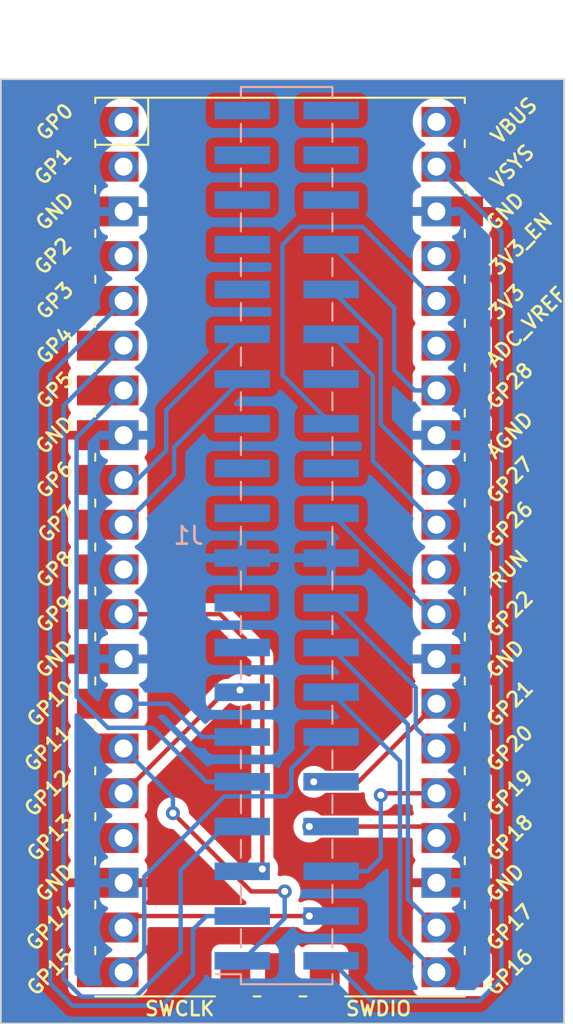
<source format=kicad_pcb>
(kicad_pcb (version 20221018) (generator pcbnew)
  (layers (0 "F.Cu" signal) (31 "B.Cu" signal) (34 "B.Paste" user) (35 "F.Paste" user) (36 "B.SilkS" user "B.Silkscreen") (37 "F.SilkS" user "F.Silkscreen") (38 "B.Mask" user) (39 "F.Mask" user) (44 "Edge.Cuts" user))
  (net 0 "")
  (net 1 "Net-(J1-Pin_1)")
  (net 2 "Net-(J1-Pin_2)")
  (net 3 "Net-(J1-Pin_3)")
  (net 4 "Net-(J1-Pin_4)")
  (net 5 "Net-(J1-Pin_5)")
  (net 6 "Net-(J1-Pin_6)")
  (net 7 "Net-(J1-Pin_7)")
  (net 8 "Net-(J1-Pin_8)")
  (net 9 "Net-(J1-Pin_9)")
  (net 10 "Net-(J1-Pin_10)")
  (net 11 "Net-(J1-Pin_11)")
  (net 12 "Net-(J1-Pin_12)")
  (net 13 "Net-(J1-Pin_13)")
  (net 14 "Net-(J1-Pin_14)")
  (net 15 "unconnected-(J1-Pin_15-Pad15)")
  (net 16 "Net-(J1-Pin_16)")
  (net 18 "Net-(J1-Pin_18)")
  (net 19 "GND")
  (net 22 "Net-(J1-Pin_22)")
  (net 26 "Net-(J1-Pin_26)")
  (net 27 "Net-(J1-Pin_27)")
  (net 28 "unconnected-(J1-Pin_28-Pad28)")
  (net 29 "Net-(J1-Pin_29)")
  (net 30 "Net-(J1-Pin_30)")
  (net 31 "unconnected-(J1-Pin_31-Pad31)")
  (net 32 "Net-(J1-Pin_32)")
  (net 33 "unconnected-(J1-Pin_33-Pad33)")
  (net 34 "Net-(J1-Pin_34)")
  (footprint "MCU_RaspberryPi_and_Boards:RPi_Pico_SMD_TH" (layer "F.Cu") (at 169.279 85.232)
    (fp_text reference "U2" hide)
    (fp_text value "Pico")
    (fp_text user "GP15" (at -13.054 24.13 45) (layer "F.SilkS") (effects (font (size 0.8 0.8))))
    (fp_text user "3V3" (at 12.9 -13.9 45) (layer "F.SilkS") (effects (font (size 0.8 0.8))))
    (fp_text user "GP11" (at -13.2 11.43 45) (layer "F.SilkS") (effects (font (size 0.8 0.8))))
    (fp_text user "GP1" (at -12.9 -21.6 45) (layer "F.SilkS") (effects (font (size 0.8 0.8))))
    (fp_text user "GP10" (at -13.054 8.89 45) (layer "F.SilkS") (effects (font (size 0.8 0.8))))
    (fp_text user "GP12" (at -13.2 13.97 45) (layer "F.SilkS") (effects (font (size 0.8 0.8))))
    (fp_text user "GP6" (at -12.8 -3.81 45) (layer "F.SilkS") (effects (font (size 0.8 0.8))))
    (fp_text user "GND" (at -12.8 -6.35 45) (layer "F.SilkS") (effects (font (size 0.8 0.8))))
    (fp_text user "GP20" (at 13.054 11.43 45) (layer "F.SilkS") (effects (font (size 0.8 0.8))))
    (fp_text user "GP28" (at 13.054 -9.144 45) (layer "F.SilkS") (effects (font (size 0.8 0.8))))
    (fp_text user "GP2" (at -12.9 -16.51 45) (layer "F.SilkS") (effects (font (size 0.8 0.8))))
    (fp_text user "GND" (at 12.8 -19.05 45) (layer "F.SilkS") (effects (font (size 0.8 0.8))))
    (fp_text user "GP0" (at -12.8 -24.13 45) (layer "F.SilkS") (effects (font (size 0.8 0.8))))
    (fp_text user "RUN" (at 13 1.27 45) (layer "F.SilkS") (effects (font (size 0.8 0.8))))
    (fp_text user "GP8" (at -12.8 1.27 45) (layer "F.SilkS") (effects (font (size 0.8 0.8))))
    (fp_text user "GND" (at -12.8 -19.05 45) (layer "F.SilkS") (effects (font (size 0.8 0.8))))
    (fp_text user "GP17" (at 13.054 21.59 45) (layer "F.SilkS") (effects (font (size 0.8 0.8))))
    (fp_text user "GP13" (at -13.054 16.51 45) (layer "F.SilkS") (effects (font (size 0.8 0.8))))
    (fp_text user "SWDIO" (at 5.6 26.2) (layer "F.SilkS") (effects (font (size 0.8 0.8))))
    (fp_text user "3V3_EN" (at 13.7 -17.2 45) (layer "F.SilkS") (effects (font (size 0.8 0.8))))
    (fp_text user "GP3" (at -12.8 -13.97 45) (layer "F.SilkS") (effects (font (size 0.8 0.8))))
    (fp_text user "GP9" (at -12.8 3.81 45) (layer "F.SilkS") (effects (font (size 0.8 0.8))))
    (fp_text user "GP26" (at 13.054 -1.27 45) (layer "F.SilkS") (effects (font (size 0.8 0.8))))
    (fp_text user "GP22" (at 13.054 3.81 45) (layer "F.SilkS") (effects (font (size 0.8 0.8))))
    (fp_text user "SWCLK" (at -5.7 26.2) (layer "F.SilkS") (effects (font (size 0.8 0.8))))
    (fp_text user "GP14" (at -13.1 21.59 45) (layer "F.SilkS") (effects (font (size 0.8 0.8))))
    (fp_text user "GND" (at -12.8 6.35 45) (layer "F.SilkS") (effects (font (size 0.8 0.8))))
    (fp_text user "ADC_VREF" (at 14 -12.5 45) (layer "F.SilkS") (effects (font (size 0.8 0.8))))
    (fp_text user "GND" (at 12.8 6.35 45) (layer "F.SilkS") (effects (font (size 0.8 0.8))))
    (fp_text user "GP18" (at 13.054 16.51 45) (layer "F.SilkS") (effects (font (size 0.8 0.8))))
    (fp_text user "GP4" (at -12.8 -11.43 45) (layer "F.SilkS") (effects (font (size 0.8 0.8))))
    (fp_text user "VSYS" (at 13.2 -21.59 45) (layer "F.SilkS") (effects (font (size 0.8 0.8))))
    (fp_text user "GP21" (at 13.054 8.9 45) (layer "F.SilkS") (effects (font (size 0.8 0.8))))
    (fp_text user "GP19" (at 13.054 13.97 45) (layer "F.SilkS") (effects (font (size 0.8 0.8))))
    (fp_text user "AGND" (at 13.054 -6.35 45) (layer "F.SilkS") (effects (font (size 0.8 0.8))))
    (fp_text user "GP5" (at -12.8 -8.89 45) (layer "F.SilkS") (effects (font (size 0.8 0.8))))
    (fp_text user "GP27" (at 13.054 -3.8 45) (layer "F.SilkS") (effects (font (size 0.8 0.8))))
    (fp_text user "VBUS" (at 13.3 -24.2 45) (layer "F.SilkS") (effects (font (size 0.8 0.8))))
    (fp_text user "GP16" (at 13.054 24.13 45) (layer "F.SilkS") (effects (font (size 0.8 0.8))))
    (fp_text user "GP7" (at -12.7 -1.3 45) (layer "F.SilkS") (effects (font (size 0.8 0.8))))
    (fp_text user "GND" (at 12.8 19.05 45) (layer "F.SilkS") (effects (font (size 0.8 0.8))))
    (fp_text user "GND" (at -12.8 19.05 45) (layer "F.SilkS") (effects (font (size 0.8 0.8))))
    (fp_line (start -10.5 -25.5) (end -10.5 -25.2) (stroke (width 0.12)) (layer "F.SilkS"))
    (fp_line (start -10.5 -25.5) (end 10.5 -25.5) (stroke (width 0.12)) (layer "F.SilkS"))
    (fp_line (start -10.5 -23.1) (end -10.5 -22.7) (stroke (width 0.12)) (layer "F.SilkS"))
    (fp_line (start -10.5 -22.833) (end -7.493 -22.833) (stroke (width 0.12)) (layer "F.SilkS"))
    (fp_line (start -10.5 -20.5) (end -10.5 -20.1) (stroke (width 0.12)) (layer "F.SilkS"))
    (fp_line (start -10.5 -18) (end -10.5 -17.6) (stroke (width 0.12)) (layer "F.SilkS"))
    (fp_line (start -10.5 -15.4) (end -10.5 -15) (stroke (width 0.12)) (layer "F.SilkS"))
    (fp_line (start -10.5 -12.9) (end -10.5 -12.5) (stroke (width 0.12)) (layer "F.SilkS"))
    (fp_line (start -10.5 -10.4) (end -10.5 -10) (stroke (width 0.12)) (layer "F.SilkS"))
    (fp_line (start -10.5 -7.8) (end -10.5 -7.4) (stroke (width 0.12)) (layer "F.SilkS"))
    (fp_line (start -10.5 -5.3) (end -10.5 -4.9) (stroke (width 0.12)) (layer "F.SilkS"))
    (fp_line (start -10.5 -2.7) (end -10.5 -2.3) (stroke (width 0.12)) (layer "F.SilkS"))
    (fp_line (start -10.5 -0.2) (end -10.5 0.2) (stroke (width 0.12)) (layer "F.SilkS"))
    (fp_line (start -10.5 2.3) (end -10.5 2.7) (stroke (width 0.12)) (layer "F.SilkS"))
    (fp_line (start -10.5 4.9) (end -10.5 5.3) (stroke (width 0.12)) (layer "F.SilkS"))
    (fp_line (start -10.5 7.4) (end -10.5 7.8) (stroke (width 0.12)) (layer "F.SilkS"))
    (fp_line (start -10.5 10) (end -10.5 10.4) (stroke (width 0.12)) (layer "F.SilkS"))
    (fp_line (start -10.5 12.5) (end -10.5 12.9) (stroke (width 0.12)) (layer "F.SilkS"))
    (fp_line (start -10.5 15.1) (end -10.5 15.5) (stroke (width 0.12)) (layer "F.SilkS"))
    (fp_line (start -10.5 17.6) (end -10.5 18) (stroke (width 0.12)) (layer "F.SilkS"))
    (fp_line (start -10.5 20.1) (end -10.5 20.5) (stroke (width 0.12)) (layer "F.SilkS"))
    (fp_line (start -10.5 22.7) (end -10.5 23.1) (stroke (width 0.12)) (layer "F.SilkS"))
    (fp_line (start -7.493 -22.833) (end -7.493 -25.5) (stroke (width 0.12)) (layer "F.SilkS"))
    (fp_line (start -3.7 25.5) (end -10.5 25.5) (stroke (width 0.12)) (layer "F.SilkS"))
    (fp_line (start -1.5 25.5) (end -1.1 25.5) (stroke (width 0.12)) (layer "F.SilkS"))
    (fp_line (start 1.1 25.5) (end 1.5 25.5) (stroke (width 0.12)) (layer "F.SilkS"))
    (fp_line (start 10.5 -25.5) (end 10.5 -25.2) (stroke (width 0.12)) (layer "F.SilkS"))
    (fp_line (start 10.5 -23.1) (end 10.5 -22.7) (stroke (width 0.12)) (layer "F.SilkS"))
    (fp_line (start 10.5 -20.5) (end 10.5 -20.1) (stroke (width 0.12)) (layer "F.SilkS"))
    (fp_line (start 10.5 -18) (end 10.5 -17.6) (stroke (width 0.12)) (layer "F.SilkS"))
    (fp_line (start 10.5 -15.4) (end 10.5 -15) (stroke (width 0.12)) (layer "F.SilkS"))
    (fp_line (start 10.5 -12.9) (end 10.5 -12.5) (stroke (width 0.12)) (layer "F.SilkS"))
    (fp_line (start 10.5 -10.4) (end 10.5 -10) (stroke (width 0.12)) (layer "F.SilkS"))
    (fp_line (start 10.5 -7.8) (end 10.5 -7.4) (stroke (width 0.12)) (layer "F.SilkS"))
    (fp_line (start 10.5 -5.3) (end 10.5 -4.9) (stroke (width 0.12)) (layer "F.SilkS"))
    (fp_line (start 10.5 -2.7) (end 10.5 -2.3) (stroke (width 0.12)) (layer "F.SilkS"))
    (fp_line (start 10.5 -0.2) (end 10.5 0.2) (stroke (width 0.12)) (layer "F.SilkS"))
    (fp_line (start 10.5 2.3) (end 10.5 2.7) (stroke (width 0.12)) (layer "F.SilkS"))
    (fp_line (start 10.5 4.9) (end 10.5 5.3) (stroke (width 0.12)) (layer "F.SilkS"))
    (fp_line (start 10.5 7.4) (end 10.5 7.8) (stroke (width 0.12)) (layer "F.SilkS"))
    (fp_line (start 10.5 10) (end 10.5 10.4) (stroke (width 0.12)) (layer "F.SilkS"))
    (fp_line (start 10.5 12.5) (end 10.5 12.9) (stroke (width 0.12)) (layer "F.SilkS"))
    (fp_line (start 10.5 15.1) (end 10.5 15.5) (stroke (width 0.12)) (layer "F.SilkS"))
    (fp_line (start 10.5 17.6) (end 10.5 18) (stroke (width 0.12)) (layer "F.SilkS"))
    (fp_line (start 10.5 20.1) (end 10.5 20.5) (stroke (width 0.12)) (layer "F.SilkS"))
    (fp_line (start 10.5 22.7) (end 10.5 23.1) (stroke (width 0.12)) (layer "F.SilkS"))
    (fp_line (start 10.5 25.5) (end 3.7 25.5) (stroke (width 0.12)) (layer "F.SilkS"))
    (pad "1" thru_hole oval (at -8.89 -24.13) (size 1.7 1.7) (drill 1.02) (layers "*.Cu" "*.Mask"))
    (pad "1" smd rect (at -8.89 -24.13) (size 3.5 1.7) (drill (offset -0.9 0)) (layers "F.Cu" "F.Mask"))
    (pad "2" thru_hole oval (at -8.89 -21.59) (size 1.7 1.7) (drill 1.02) (layers "*.Cu" "*.Mask"))
    (pad "2" smd rect (at -8.89 -21.59) (size 3.5 1.7) (drill (offset -0.9 0)) (layers "F.Cu" "F.Paste" "F.Mask"))
    (pad "3" thru_hole rect (at -8.89 -19.05) (size 1.7 1.7) (drill 1.02) (layers "*.Cu" "*.Mask") (net 19 "GND"))
    (pad "3" smd rect (at -8.89 -19.05) (size 3.5 1.7) (drill (offset -0.9 0)) (layers "F.Cu" "F.Mask") (net 19 "GND"))
    (pad "4" thru_hole oval (at -8.89 -16.51) (size 1.7 1.7) (drill 1.02) (layers "*.Cu" "*.Mask"))
    (pad "4" smd rect (at -8.89 -16.51) (size 3.5 1.7) (drill (offset -0.9 0)) (layers "F.Cu" "F.Mask"))
    (pad "5" thru_hole oval (at -8.89 -13.97) (size 1.7 1.7) (drill 1.02) (layers "*.Cu" "*.Mask") (net 3 "Net-(J1-Pin_3)"))
    (pad "5" smd rect (at -8.89 -13.97) (size 3.5 1.7) (drill (offset -0.9 0)) (layers "F.Cu" "F.Mask") (net 3 "Net-(J1-Pin_3)"))
    (pad "6" thru_hole oval (at -8.89 -11.43) (size 1.7 1.7) (drill 1.02) (layers "*.Cu" "*.Mask") (net 7 "Net-(J1-Pin_7)"))
    (pad "6" smd rect (at -8.89 -11.43) (size 3.5 1.7) (drill (offset -0.9 0)) (layers "F.Cu" "F.Mask") (net 7 "Net-(J1-Pin_7)"))
    (pad "7" thru_hole oval (at -8.89 -8.89) (size 1.7 1.7) (drill 1.02) (layers "*.Cu" "*.Mask") (net 9 "Net-(J1-Pin_9)"))
    (pad "7" smd rect (at -8.89 -8.89) (size 3.5 1.7) (drill (offset -0.9 0)) (layers "F.Cu" "F.Mask") (net 9 "Net-(J1-Pin_9)"))
    (pad "8" thru_hole rect (at -8.89 -6.35) (size 1.7 1.7) (drill 1.02) (layers "*.Cu" "*.Mask") (net 19 "GND"))
    (pad "8" smd rect (at -8.89 -6.35) (size 3.5 1.7) (drill (offset -0.9 0)) (layers "F.Cu" "F.Mask") (net 19 "GND"))
    (pad "9" thru_hole oval (at -8.89 -3.81) (size 1.7 1.7) (drill 1.02) (layers "*.Cu" "*.Mask") (net 29 "Net-(J1-Pin_29)"))
    (pad "9" smd rect (at -8.89 -3.81) (size 3.5 1.7) (drill (offset -0.9 0)) (layers "F.Cu" "F.Mask") (net 29 "Net-(J1-Pin_29)"))
    (pad "10" thru_hole oval (at -8.89 -1.27) (size 1.7 1.7) (drill 1.02) (layers "*.Cu" "*.Mask") (net 27 "Net-(J1-Pin_27)"))
    (pad "10" smd rect (at -8.89 -1.27) (size 3.5 1.7) (drill (offset -0.9 0)) (layers "F.Cu" "F.Mask") (net 27 "Net-(J1-Pin_27)"))
    (pad "11" thru_hole oval (at -8.89 1.27) (size 1.7 1.7) (drill 1.02) (layers "*.Cu" "*.Mask"))
    (pad "11" smd rect (at -8.89 1.27) (size 3.5 1.7) (drill (offset -0.9 0)) (layers "F.Cu" "F.Mask"))
    (pad "12" thru_hole oval (at -8.89 3.81) (size 1.7 1.7) (drill 1.02) (layers "*.Cu" "*.Mask") (net 5 "Net-(J1-Pin_5)"))
    (pad "12" smd rect (at -8.89 3.81) (size 3.5 1.7) (drill (offset -0.9 0)) (layers "F.Cu" "F.Mask") (net 5 "Net-(J1-Pin_5)"))
    (pad "13" thru_hole rect (at -8.89 6.35) (size 1.7 1.7) (drill 1.02) (layers "*.Cu" "*.Mask") (net 19 "GND"))
    (pad "13" smd rect (at -8.89 6.35) (size 3.5 1.7) (drill (offset -0.9 0)) (layers "F.Cu" "F.Mask") (net 19 "GND"))
    (pad "14" thru_hole oval (at -8.89 8.89) (size 1.7 1.7) (drill 1.02) (layers "*.Cu" "*.Mask") (net 11 "Net-(J1-Pin_11)"))
    (pad "14" smd rect (at -8.89 8.89) (size 3.5 1.7) (drill (offset -0.9 0)) (layers "F.Cu" "F.Mask") (net 11 "Net-(J1-Pin_11)"))
    (pad "15" thru_hole oval (at -8.89 11.43) (size 1.7 1.7) (drill 1.02) (layers "*.Cu" "*.Mask") (net 1 "Net-(J1-Pin_1)"))
    (pad "15" smd rect (at -8.89 11.43) (size 3.5 1.7) (drill (offset -0.9 0)) (layers "F.Cu" "F.Mask") (net 1 "Net-(J1-Pin_1)"))
    (pad "16" thru_hole oval (at -8.89 13.97) (size 1.7 1.7) (drill 1.02) (layers "*.Cu" "*.Mask") (net 13 "Net-(J1-Pin_13)"))
    (pad "16" smd rect (at -8.89 13.97) (size 3.5 1.7) (drill (offset -0.9 0)) (layers "F.Cu" "F.Mask") (net 13 "Net-(J1-Pin_13)"))
    (pad "17" thru_hole oval (at -8.89 16.51) (size 1.7 1.7) (drill 1.02) (layers "*.Cu" "*.Mask"))
    (pad "17" smd rect (at -8.89 16.51) (size 3.5 1.7) (drill (offset -0.9 0)) (layers "F.Cu" "F.Mask"))
    (pad "18" thru_hole rect (at -8.89 19.05) (size 1.7 1.7) (drill 1.02) (layers "*.Cu" "*.Mask") (net 19 "GND"))
    (pad "18" smd rect (at -8.89 19.05) (size 3.5 1.7) (drill (offset -0.9 0)) (layers "F.Cu" "F.Mask") (net 19 "GND"))
    (pad "19" thru_hole oval (at -8.89 21.59) (size 1.7 1.7) (drill 1.02) (layers "*.Cu" "*.Mask") (net 4 "Net-(J1-Pin_4)"))
    (pad "19" smd rect (at -8.89 21.59) (size 3.5 1.7) (drill (offset -0.9 0)) (layers "F.Cu" "F.Mask") (net 4 "Net-(J1-Pin_4)"))
    (pad "20" thru_hole oval (at -8.89 24.13) (size 1.7 1.7) (drill 1.02) (layers "*.Cu" "*.Mask") (net 12 "Net-(J1-Pin_12)"))
    (pad "20" smd rect (at -8.89 24.13) (size 3.5 1.7) (drill (offset -0.9 0)) (layers "F.Cu" "F.Mask") (net 12 "Net-(J1-Pin_12)"))
    (pad "21" thru_hole oval (at 8.89 24.13) (size 1.7 1.7) (drill 1.02) (layers "*.Cu" "*.Mask") (net 14 "Net-(J1-Pin_14)"))
    (pad "21" smd rect (at 8.89 24.13) (size 3.5 1.7) (drill (offset 0.9 0)) (layers "F.Cu" "F.Mask") (net 14 "Net-(J1-Pin_14)"))
    (pad "22" thru_hole oval (at 8.89 21.59) (size 1.7 1.7) (drill 1.02) (layers "*.Cu" "*.Mask") (net 16 "Net-(J1-Pin_16)"))
    (pad "22" smd rect (at 8.89 21.59) (size 3.5 1.7) (drill (offset 0.9 0)) (layers "F.Cu" "F.Mask") (net 16 "Net-(J1-Pin_16)"))
    (pad "23" thru_hole rect (at 8.89 19.05) (size 1.7 1.7) (drill 1.02) (layers "*.Cu" "*.Mask") (net 19 "GND"))
    (pad "23" smd rect (at 8.89 19.05) (size 3.5 1.7) (drill (offset 0.9 0)) (layers "F.Cu" "F.Mask") (net 19 "GND"))
    (pad "24" thru_hole oval (at 8.89 16.51) (size 1.7 1.7) (drill 1.02) (layers "*.Cu" "*.Mask") (net 8 "Net-(J1-Pin_8)"))
    (pad "24" smd rect (at 8.89 16.51) (size 3.5 1.7) (drill (offset 0.9 0)) (layers "F.Cu" "F.Mask") (net 8 "Net-(J1-Pin_8)"))
    (pad "25" thru_hole oval (at 8.89 13.97) (size 1.7 1.7) (drill 1.02) (layers "*.Cu" "*.Mask") (net 6 "Net-(J1-Pin_6)"))
    (pad "25" smd rect (at 8.89 13.97) (size 3.5 1.7) (drill (offset 0.9 0)) (layers "F.Cu" "F.Mask") (net 6 "Net-(J1-Pin_6)"))
    (pad "26" thru_hole oval (at 8.89 11.43) (size 1.7 1.7) (drill 1.02) (layers "*.Cu" "*.Mask") (net 18 "Net-(J1-Pin_18)"))
    (pad "26" smd rect (at 8.89 11.43) (size 3.5 1.7) (drill (offset 0.9 0)) (layers "F.Cu" "F.Mask") (net 18 "Net-(J1-Pin_18)"))
    (pad "27" thru_hole oval (at 8.89 8.89) (size 1.7 1.7) (drill 1.02) (layers "*.Cu" "*.Mask") (net 10 "Net-(J1-Pin_10)"))
    (pad "27" smd rect (at 8.89 8.89) (size 3.5 1.7) (drill (offset 0.9 0)) (layers "F.Cu" "F.Mask") (net 10 "Net-(J1-Pin_10)"))
    (pad "28" thru_hole rect (at 8.89 6.35) (size 1.7 1.7) (drill 1.02) (layers "*.Cu" "*.Mask") (net 19 "GND"))
    (pad "28" smd rect (at 8.89 6.35) (size 3.5 1.7) (drill (offset 0.9 0)) (layers "F.Cu" "F.Mask") (net 19 "GND"))
    (pad "29" thru_hole oval (at 8.89 3.81) (size 1.7 1.7) (drill 1.02) (layers "*.Cu" "*.Mask") (net 22 "Net-(J1-Pin_22)"))
    (pad "29" smd rect (at 8.89 3.81) (size 3.5 1.7) (drill (offset 0.9 0)) (layers "F.Cu" "F.Mask") (net 22 "Net-(J1-Pin_22)"))
    (pad "30" thru_hole oval (at 8.89 1.27) (size 1.7 1.7) (drill 1.02) (layers "*.Cu" "*.Mask"))
    (pad "30" smd rect (at 8.89 1.27) (size 3.5 1.7) (drill (offset 0.9 0)) (layers "F.Cu" "F.Mask"))
    (pad "31" thru_hole oval (at 8.89 -1.27) (size 1.7 1.7) (drill 1.02) (layers "*.Cu" "*.Mask") (net 30 "Net-(J1-Pin_30)"))
    (pad "31" smd rect (at 8.89 -1.27) (size 3.5 1.7) (drill (offset 0.9 0)) (layers "F.Cu" "F.Mask") (net 30 "Net-(J1-Pin_30)"))
    (pad "32" thru_hole oval (at 8.89 -3.81) (size 1.7 1.7) (drill 1.02) (layers "*.Cu" "*.Mask") (net 32 "Net-(J1-Pin_32)"))
    (pad "32" smd rect (at 8.89 -3.81) (size 3.5 1.7) (drill (offset 0.9 0)) (layers "F.Cu" "F.Mask") (net 32 "Net-(J1-Pin_32)"))
    (pad "33" thru_hole rect (at 8.89 -6.35) (size 1.7 1.7) (drill 1.02) (layers "*.Cu" "*.Mask") (net 19 "GND"))
    (pad "33" smd rect (at 8.89 -6.35) (size 3.5 1.7) (drill (offset 0.9 0)) (layers "F.Cu" "F.Mask") (net 19 "GND"))
    (pad "34" thru_hole oval (at 8.89 -8.89) (size 1.7 1.7) (drill 1.02) (layers "*.Cu" "*.Mask") (net 34 "Net-(J1-Pin_34)"))
    (pad "34" smd rect (at 8.89 -8.89) (size 3.5 1.7) (drill (offset 0.9 0)) (layers "F.Cu" "F.Mask") (net 34 "Net-(J1-Pin_34)"))
    (pad "35" thru_hole oval (at 8.89 -11.43) (size 1.7 1.7) (drill 1.02) (layers "*.Cu" "*.Mask"))
    (pad "35" smd rect (at 8.89 -11.43) (size 3.5 1.7) (drill (offset 0.9 0)) (layers "F.Cu" "F.Mask"))
    (pad "36" thru_hole oval (at 8.89 -13.97) (size 1.7 1.7) (drill 1.02) (layers "*.Cu" "*.Mask") (net 26 "Net-(J1-Pin_26)"))
    (pad "36" smd rect (at 8.89 -13.97) (size 3.5 1.7) (drill (offset 0.9 0)) (layers "F.Cu" "F.Mask") (net 26 "Net-(J1-Pin_26)"))
    (pad "37" thru_hole oval (at 8.89 -16.51) (size 1.7 1.7) (drill 1.02) (layers "*.Cu" "*.Mask"))
    (pad "37" smd rect (at 8.89 -16.51) (size 3.5 1.7) (drill (offset 0.9 0)) (layers "F.Cu" "F.Mask"))
    (pad "38" thru_hole rect (at 8.89 -19.05) (size 1.7 1.7) (drill 1.02) (layers "*.Cu" "*.Mask") (net 19 "GND"))
    (pad "38" smd rect (at 8.89 -19.05) (size 3.5 1.7) (drill (offset 0.9 0)) (layers "F.Cu" "F.Mask") (net 19 "GND"))
    (pad "39" thru_hole oval (at 8.89 -21.59) (size 1.7 1.7) (drill 1.02) (layers "*.Cu" "*.Mask") (net 2 "Net-(J1-Pin_2)"))
    (pad "39" smd rect (at 8.89 -21.59) (size 3.5 1.7) (drill (offset 0.9 0)) (layers "F.Cu" "F.Mask") (net 2 "Net-(J1-Pin_2)"))
    (pad "40" thru_hole oval (at 8.89 -24.13) (size 1.7 1.7) (drill 1.02) (layers "*.Cu" "*.Mask"))
    (pad "40" smd rect (at 8.89 -24.13) (size 3.5 1.7) (drill (offset 0.9 0)) (layers "F.Cu" "F.Mask"))
    (pad "41" smd rect (at -2.54 23.9 90) (size 3.5 1.7) (drill (offset -0.9 0)) (layers "F.Cu" "F.Mask"))
    (pad "42" smd rect (at 0 23.9 90) (size 3.5 1.7) (drill (offset -0.9 0)) (layers "F.Cu" "F.Mask"))
    (pad "43" smd rect (at 2.54 23.9 90) (size 3.5 1.7) (drill (offset -0.9 0)) (layers "F.Cu" "F.Mask"))
  )
  (footprint "Connector_PinHeader_2.54mm:PinHeader_2x20_P2.54mm_Vertical_SMD" (layer "B.Cu") (at 169.657 84.582)
    (fp_text reference "J1" (at -5.573 0) (layer "B.SilkS") (effects (justify mirror)))
    (fp_text value "Conn_02x20_Odd_Even")
    (fp_line (start -4.04 24.89) (end -2.6 24.89) (stroke (width 0.12)) (layer "B.SilkS"))
    (fp_line (start -2.6 -25.46) (end 2.6 -25.46) (stroke (width 0.12)) (layer "B.SilkS"))
    (fp_line (start -2.6 -24.89) (end -2.6 -25.46) (stroke (width 0.12)) (layer "B.SilkS"))
    (fp_line (start -2.6 -22.35) (end -2.6 -23.37) (stroke (width 0.12)) (layer "B.SilkS"))
    (fp_line (start -2.6 -19.81) (end -2.6 -20.83) (stroke (width 0.12)) (layer "B.SilkS"))
    (fp_line (start -2.6 -17.27) (end -2.6 -18.29) (stroke (width 0.12)) (layer "B.SilkS"))
    (fp_line (start -2.6 -14.73) (end -2.6 -15.75) (stroke (width 0.12)) (layer "B.SilkS"))
    (fp_line (start -2.6 -12.19) (end -2.6 -13.21) (stroke (width 0.12)) (layer "B.SilkS"))
    (fp_line (start -2.6 -9.65) (end -2.6 -10.67) (stroke (width 0.12)) (layer "B.SilkS"))
    (fp_line (start -2.6 -7.11) (end -2.6 -8.13) (stroke (width 0.12)) (layer "B.SilkS"))
    (fp_line (start -2.6 -4.57) (end -2.6 -5.59) (stroke (width 0.12)) (layer "B.SilkS"))
    (fp_line (start -2.6 -2.03) (end -2.6 -3.05) (stroke (width 0.12)) (layer "B.SilkS"))
    (fp_line (start -2.6 0.51) (end -2.6 -0.51) (stroke (width 0.12)) (layer "B.SilkS"))
    (fp_line (start -2.6 3.05) (end -2.6 2.03) (stroke (width 0.12)) (layer "B.SilkS"))
    (fp_line (start -2.6 5.59) (end -2.6 4.57) (stroke (width 0.12)) (layer "B.SilkS"))
    (fp_line (start -2.6 8.13) (end -2.6 7.11) (stroke (width 0.12)) (layer "B.SilkS"))
    (fp_line (start -2.6 10.67) (end -2.6 9.65) (stroke (width 0.12)) (layer "B.SilkS"))
    (fp_line (start -2.6 13.21) (end -2.6 12.19) (stroke (width 0.12)) (layer "B.SilkS"))
    (fp_line (start -2.6 15.75) (end -2.6 14.73) (stroke (width 0.12)) (layer "B.SilkS"))
    (fp_line (start -2.6 18.29) (end -2.6 17.27) (stroke (width 0.12)) (layer "B.SilkS"))
    (fp_line (start -2.6 20.83) (end -2.6 19.81) (stroke (width 0.12)) (layer "B.SilkS"))
    (fp_line (start -2.6 23.37) (end -2.6 22.35) (stroke (width 0.12)) (layer "B.SilkS"))
    (fp_line (start -2.6 25.46) (end -2.6 24.89) (stroke (width 0.12)) (layer "B.SilkS"))
    (fp_line (start -2.6 25.46) (end 2.6 25.46) (stroke (width 0.12)) (layer "B.SilkS"))
    (fp_line (start 2.6 -24.89) (end 2.6 -25.46) (stroke (width 0.12)) (layer "B.SilkS"))
    (fp_line (start 2.6 -22.35) (end 2.6 -23.37) (stroke (width 0.12)) (layer "B.SilkS"))
    (fp_line (start 2.6 -19.81) (end 2.6 -20.83) (stroke (width 0.12)) (layer "B.SilkS"))
    (fp_line (start 2.6 -17.27) (end 2.6 -18.29) (stroke (width 0.12)) (layer "B.SilkS"))
    (fp_line (start 2.6 -14.73) (end 2.6 -15.75) (stroke (width 0.12)) (layer "B.SilkS"))
    (fp_line (start 2.6 -12.19) (end 2.6 -13.21) (stroke (width 0.12)) (layer "B.SilkS"))
    (fp_line (start 2.6 -9.65) (end 2.6 -10.67) (stroke (width 0.12)) (layer "B.SilkS"))
    (fp_line (start 2.6 -7.11) (end 2.6 -8.13) (stroke (width 0.12)) (layer "B.SilkS"))
    (fp_line (start 2.6 -4.57) (end 2.6 -5.59) (stroke (width 0.12)) (layer "B.SilkS"))
    (fp_line (start 2.6 -2.03) (end 2.6 -3.05) (stroke (width 0.12)) (layer "B.SilkS"))
    (fp_line (start 2.6 0.51) (end 2.6 -0.51) (stroke (width 0.12)) (layer "B.SilkS"))
    (fp_line (start 2.6 3.05) (end 2.6 2.03) (stroke (width 0.12)) (layer "B.SilkS"))
    (fp_line (start 2.6 5.59) (end 2.6 4.57) (stroke (width 0.12)) (layer "B.SilkS"))
    (fp_line (start 2.6 8.13) (end 2.6 7.11) (stroke (width 0.12)) (layer "B.SilkS"))
    (fp_line (start 2.6 10.67) (end 2.6 9.65) (stroke (width 0.12)) (layer "B.SilkS"))
    (fp_line (start 2.6 13.21) (end 2.6 12.19) (stroke (width 0.12)) (layer "B.SilkS"))
    (fp_line (start 2.6 15.75) (end 2.6 14.73) (stroke (width 0.12)) (layer "B.SilkS"))
    (fp_line (start 2.6 18.29) (end 2.6 17.27) (stroke (width 0.12)) (layer "B.SilkS"))
    (fp_line (start 2.6 20.83) (end 2.6 19.81) (stroke (width 0.12)) (layer "B.SilkS"))
    (fp_line (start 2.6 23.37) (end 2.6 22.35) (stroke (width 0.12)) (layer "B.SilkS"))
    (fp_line (start 2.6 25.46) (end 2.6 24.89) (stroke (width 0.12)) (layer "B.SilkS"))
    (pad "1" smd rect (at -2.525 24.13) (size 3.15 1) (layers "B.Cu" "B.Paste" "B.Mask") (net 1 "Net-(J1-Pin_1)"))
    (pad "2" smd rect (at 2.525 24.13) (size 3.15 1) (layers "B.Cu" "B.Paste" "B.Mask") (net 2 "Net-(J1-Pin_2)"))
    (pad "3" smd rect (at -2.525 21.59) (size 3.15 1) (layers "B.Cu" "B.Paste" "B.Mask") (net 3 "Net-(J1-Pin_3)"))
    (pad "4" smd rect (at 2.525 21.59) (size 3.15 1) (layers "B.Cu" "B.Paste" "B.Mask") (net 4 "Net-(J1-Pin_4)"))
    (pad "5" smd rect (at -2.525 19.05) (size 3.15 1) (layers "B.Cu" "B.Paste" "B.Mask") (net 5 "Net-(J1-Pin_5)"))
    (pad "6" smd rect (at 2.525 19.05) (size 3.15 1) (layers "B.Cu" "B.Paste" "B.Mask") (net 6 "Net-(J1-Pin_6)"))
    (pad "7" smd rect (at -2.525 16.51) (size 3.15 1) (layers "B.Cu" "B.Paste" "B.Mask") (net 7 "Net-(J1-Pin_7)"))
    (pad "8" smd rect (at 2.525 16.51) (size 3.15 1) (layers "B.Cu" "B.Paste" "B.Mask") (net 8 "Net-(J1-Pin_8)"))
    (pad "9" smd rect (at -2.525 13.97) (size 3.15 1) (layers "B.Cu" "B.Paste" "B.Mask") (net 9 "Net-(J1-Pin_9)"))
    (pad "10" smd rect (at 2.525 13.97) (size 3.15 1) (layers "B.Cu" "B.Paste" "B.Mask") (net 10 "Net-(J1-Pin_10)"))
    (pad "11" smd rect (at -2.525 11.43) (size 3.15 1) (layers "B.Cu" "B.Paste" "B.Mask") (net 11 "Net-(J1-Pin_11)"))
    (pad "12" smd rect (at 2.525 11.43) (size 3.15 1) (layers "B.Cu" "B.Paste" "B.Mask") (net 12 "Net-(J1-Pin_12)"))
    (pad "13" smd rect (at -2.525 8.89) (size 3.15 1) (layers "B.Cu" "B.Paste" "B.Mask") (net 13 "Net-(J1-Pin_13)"))
    (pad "14" smd rect (at 2.525 8.89) (size 3.15 1) (layers "B.Cu" "B.Paste" "B.Mask") (net 14 "Net-(J1-Pin_14)"))
    (pad "15" smd rect (at -2.525 6.35) (size 3.15 1) (layers "B.Cu" "B.Paste" "B.Mask") (net 15 "unconnected-(J1-Pin_15-Pad15)"))
    (pad "16" smd rect (at 2.525 6.35) (size 3.15 1) (layers "B.Cu" "B.Paste" "B.Mask") (net 16 "Net-(J1-Pin_16)"))
    (pad "17" smd rect (at -2.525 3.81) (size 3.15 1) (layers "B.Cu" "B.Paste" "B.Mask"))
    (pad "18" smd rect (at 2.525 3.81) (size 3.15 1) (layers "B.Cu" "B.Paste" "B.Mask") (net 18 "Net-(J1-Pin_18)"))
    (pad "19" smd rect (at -2.525 1.27) (size 3.15 1) (layers "B.Cu" "B.Paste" "B.Mask") (net 19 "GND"))
    (pad "20" smd rect (at 2.525 1.27) (size 3.15 1) (layers "B.Cu" "B.Paste" "B.Mask") (net 19 "GND"))
    (pad "21" smd rect (at -2.525 -1.27) (size 3.15 1) (layers "B.Cu" "B.Paste" "B.Mask"))
    (pad "22" smd rect (at 2.525 -1.27) (size 3.15 1) (layers "B.Cu" "B.Paste" "B.Mask") (net 22 "Net-(J1-Pin_22)"))
    (pad "23" smd rect (at -2.525 -3.81) (size 3.15 1) (layers "B.Cu" "B.Paste" "B.Mask"))
    (pad "24" smd rect (at 2.525 -3.81) (size 3.15 1) (layers "B.Cu" "B.Paste" "B.Mask"))
    (pad "25" smd rect (at -2.525 -6.35) (size 3.15 1) (layers "B.Cu" "B.Paste" "B.Mask"))
    (pad "26" smd rect (at 2.525 -6.35) (size 3.15 1) (layers "B.Cu" "B.Paste" "B.Mask") (net 26 "Net-(J1-Pin_26)"))
    (pad "27" smd rect (at -2.525 -8.89) (size 3.15 1) (layers "B.Cu" "B.Paste" "B.Mask") (net 27 "Net-(J1-Pin_27)"))
    (pad "28" smd rect (at 2.525 -8.89) (size 3.15 1) (layers "B.Cu" "B.Paste" "B.Mask") (net 28 "unconnected-(J1-Pin_28-Pad28)"))
    (pad "29" smd rect (at -2.525 -11.43) (size 3.15 1) (layers "B.Cu" "B.Paste" "B.Mask") (net 29 "Net-(J1-Pin_29)"))
    (pad "30" smd rect (at 2.525 -11.43) (size 3.15 1) (layers "B.Cu" "B.Paste" "B.Mask") (net 30 "Net-(J1-Pin_30)"))
    (pad "31" smd rect (at -2.525 -13.97) (size 3.15 1) (layers "B.Cu" "B.Paste" "B.Mask") (net 31 "unconnected-(J1-Pin_31-Pad31)"))
    (pad "32" smd rect (at 2.525 -13.97) (size 3.15 1) (layers "B.Cu" "B.Paste" "B.Mask") (net 32 "Net-(J1-Pin_32)"))
    (pad "33" smd rect (at -2.525 -16.51) (size 3.15 1) (layers "B.Cu" "B.Paste" "B.Mask") (net 33 "unconnected-(J1-Pin_33-Pad33)"))
    (pad "34" smd rect (at 2.525 -16.51) (size 3.15 1) (layers "B.Cu" "B.Paste" "B.Mask") (net 34 "Net-(J1-Pin_34)"))
    (pad "35" smd rect (at -2.525 -19.05) (size 3.15 1) (layers "B.Cu" "B.Paste" "B.Mask"))
    (pad "36" smd rect (at 2.525 -19.05) (size 3.15 1) (layers "B.Cu" "B.Paste" "B.Mask"))
    (pad "37" smd rect (at -2.525 -21.59) (size 3.15 1) (layers "B.Cu" "B.Paste" "B.Mask"))
    (pad "38" smd rect (at 2.525 -21.59) (size 3.15 1) (layers "B.Cu" "B.Paste" "B.Mask"))
    (pad "39" smd rect (at -2.525 -24.13) (size 3.15 1) (layers "B.Cu" "B.Paste" "B.Mask"))
    (pad "40" smd rect (at 2.525 -24.13) (size 3.15 1) (layers "B.Cu" "B.Paste" "B.Mask"))
  )
  (gr_rect (start 153.416 58.674) (end 185.42 112.268) (stroke (width 0.1)) (fill none) (layer "Edge.Cuts"))
  (segment (start 167.64 104.775) (end 169.545 104.775) (width 0.25) (layer "F.Cu") (net 1))
  (segment (start 163.195 100.33) (end 167.64 104.775) (width 0.25) (layer "F.Cu") (net 1))
  (via (at 163.195 100.33) (size 0.8) (drill 0.4) (layers "F.Cu" "B.Cu") (net 1))
  (via (at 169.545 104.775) (size 0.8) (drill 0.4) (layers "F.Cu" "B.Cu") (net 1))
  (segment (start 163.195 99.468) (end 163.195 100.33) (width 0.25) (layer "B.Cu") (net 1))
  (segment (start 169.545 104.775) (end 169.545 106.299) (width 0.25) (layer "B.Cu") (net 1))
  (segment (start 160.389 96.662) (end 163.195 99.468) (width 0.25) (layer "B.Cu") (net 1))
  (segment (start 169.545 106.299) (end 167.132 108.712) (width 0.25) (layer "B.Cu") (net 1))
  (segment (start 181.864 109.728) (end 180.594 110.998) (width 0.25) (layer "B.Cu") (net 2))
  (segment (start 180.594 110.998) (end 174.468 110.998) (width 0.25) (layer "B.Cu") (net 2))
  (segment (start 174.468 110.998) (end 172.182 108.712) (width 0.25) (layer "B.Cu") (net 2))
  (segment (start 181.864 67.337) (end 181.864 109.728) (width 0.25) (layer "B.Cu") (net 2))
  (segment (start 178.169 63.642) (end 181.864 67.337) (width 0.25) (layer "B.Cu") (net 2))
  (segment (start 165.1 106.172) (end 167.132 106.172) (width 0.25) (layer "B.Cu") (net 3))
  (segment (start 162.56 111.252) (end 164.338 109.474) (width 0.25) (layer "B.Cu") (net 3))
  (segment (start 164.338 106.934) (end 165.1 106.172) (width 0.25) (layer "B.Cu") (net 3))
  (segment (start 156.21 75.441) (end 156.21 109.982) (width 0.25) (layer "B.Cu") (net 3))
  (segment (start 157.48 111.252) (end 162.56 111.252) (width 0.25) (layer "B.Cu") (net 3))
  (segment (start 164.338 109.474) (end 164.338 106.934) (width 0.25) (layer "B.Cu") (net 3))
  (segment (start 156.21 109.982) (end 157.48 111.252) (width 0.25) (layer "B.Cu") (net 3))
  (segment (start 160.389 71.262) (end 156.21 75.441) (width 0.25) (layer "B.Cu") (net 3))
  (segment (start 170.942 106.172) (end 161.039 106.172) (width 0.25) (layer "F.Cu") (net 4))
  (segment (start 161.039 106.172) (end 160.389 106.822) (width 0.25) (layer "F.Cu") (net 4))
  (via (at 170.942 106.172) (size 0.8) (drill 0.4) (layers "F.Cu" "B.Cu") (net 4))
  (segment (start 168.275 103.505) (end 168.275 91.44) (width 0.25) (layer "F.Cu") (net 5))
  (segment (start 165.877 89.042) (end 160.389 89.042) (width 0.25) (layer "F.Cu") (net 5))
  (segment (start 168.275 91.44) (end 165.877 89.042) (width 0.25) (layer "F.Cu") (net 5))
  (via (at 168.275 103.505) (size 0.8) (drill 0.4) (layers "F.Cu" "B.Cu") (net 5))
  (segment (start 160.389 89.042) (end 160.416 89.042) (width 0.25) (layer "B.Cu") (net 5))
  (segment (start 175.768 99.202) (end 175.118 99.202) (width 0.25) (layer "F.Cu") (net 6))
  (segment (start 175.118 99.202) (end 175.006 99.314) (width 0.25) (layer "F.Cu") (net 6))
  (segment (start 175.768 99.202) (end 178.169 99.202) (width 0.25) (layer "F.Cu") (net 6))
  (via (at 175.006 99.314) (size 0.8) (drill 0.4) (layers "F.Cu" "B.Cu") (net 6))
  (segment (start 175.006 99.314) (end 175.006 102.87) (width 0.25) (layer "B.Cu") (net 6))
  (segment (start 174.244 103.632) (end 172.182 103.632) (width 0.25) (layer "B.Cu") (net 6))
  (segment (start 175.006 102.87) (end 174.244 103.632) (width 0.25) (layer "B.Cu") (net 6))
  (segment (start 156.972 77.219) (end 156.972 109.728) (width 0.25) (layer "B.Cu") (net 7))
  (segment (start 161.094 110.744) (end 163.634 108.204) (width 0.25) (layer "B.Cu") (net 7))
  (segment (start 166.116 101.092) (end 167.132 101.092) (width 0.25) (layer "B.Cu") (net 7))
  (segment (start 157.988 110.744) (end 161.094 110.744) (width 0.25) (layer "B.Cu") (net 7))
  (segment (start 163.634 103.574) (end 166.116 101.092) (width 0.25) (layer "B.Cu") (net 7))
  (segment (start 163.634 108.204) (end 163.634 103.574) (width 0.25) (layer "B.Cu") (net 7))
  (segment (start 160.389 73.802) (end 156.972 77.219) (width 0.25) (layer "B.Cu") (net 7))
  (segment (start 156.972 109.728) (end 157.988 110.744) (width 0.25) (layer "B.Cu") (net 7))
  (segment (start 177.519 101.092) (end 178.169 101.742) (width 0.25) (layer "F.Cu") (net 8))
  (segment (start 170.942 101.092) (end 177.519 101.092) (width 0.25) (layer "F.Cu") (net 8))
  (via (at 170.942 101.092) (size 0.8) (drill 0.4) (layers "F.Cu" "B.Cu") (net 8))
  (segment (start 157.717 93.709) (end 159.512 95.504) (width 0.25) (layer "B.Cu") (net 9))
  (segment (start 159.512 95.504) (end 159.529 95.487) (width 0.25) (layer "B.Cu") (net 9))
  (segment (start 162.035 95.487) (end 165.1 98.552) (width 0.25) (layer "B.Cu") (net 9))
  (segment (start 160.389 76.342) (end 157.717 79.014) (width 0.25) (layer "B.Cu") (net 9))
  (segment (start 165.1 98.552) (end 167.132 98.552) (width 0.25) (layer "B.Cu") (net 9))
  (segment (start 159.529 95.487) (end 162.035 95.487) (width 0.25) (layer "B.Cu") (net 9))
  (segment (start 157.717 79.014) (end 157.717 93.709) (width 0.25) (layer "B.Cu") (net 9))
  (segment (start 173.739 98.552) (end 178.169 94.122) (width 0.25) (layer "F.Cu") (net 10))
  (segment (start 171.196 98.552) (end 173.739 98.552) (width 0.25) (layer "F.Cu") (net 10))
  (via (at 171.196 98.552) (size 0.8) (drill 0.4) (layers "F.Cu" "B.Cu") (net 10))
  (segment (start 164.846 96.012) (end 167.132 96.012) (width 0.25) (layer "B.Cu") (net 11))
  (segment (start 160.389 94.122) (end 162.956 94.122) (width 0.25) (layer "B.Cu") (net 11))
  (segment (start 162.956 94.122) (end 164.846 96.012) (width 0.25) (layer "B.Cu") (net 11))
  (segment (start 169.609 99.377) (end 169.926 99.06) (width 0.25) (layer "B.Cu") (net 12))
  (segment (start 169.926 97.79) (end 171.704 96.012) (width 0.25) (layer "B.Cu") (net 12))
  (segment (start 161.564 108.187) (end 161.564 103.929) (width 0.25) (layer "B.Cu") (net 12))
  (segment (start 171.704 96.012) (end 172.182 96.012) (width 0.25) (layer "B.Cu") (net 12))
  (segment (start 166.116 99.377) (end 169.609 99.377) (width 0.25) (layer "B.Cu") (net 12))
  (segment (start 169.926 99.06) (end 169.926 97.79) (width 0.25) (layer "B.Cu") (net 12))
  (segment (start 161.564 103.929) (end 166.116 99.377) (width 0.25) (layer "B.Cu") (net 12))
  (segment (start 160.389 109.362) (end 161.564 108.187) (width 0.25) (layer "B.Cu") (net 12))
  (segment (start 166.246 93.345) (end 160.389 99.202) (width 0.25) (layer "F.Cu") (net 13))
  (segment (start 167.005 93.345) (end 166.246 93.345) (width 0.25) (layer "F.Cu") (net 13))
  (via (at 167.005 93.345) (size 0.8) (drill 0.4) (layers "F.Cu" "B.Cu") (net 13))
  (segment (start 176.094 107.287) (end 178.169 109.362) (width 0.25) (layer "B.Cu") (net 14))
  (segment (start 172.182 93.472) (end 176.094 97.384) (width 0.25) (layer "B.Cu") (net 14))
  (segment (start 176.094 97.384) (end 176.094 107.287) (width 0.25) (layer "B.Cu") (net 14))
  (segment (start 167.132 90.932) (end 166.057 90.932) (width 0.25) (layer "B.Cu") (net 15))
  (segment (start 176.544 95.294) (end 176.544 105.197) (width 0.25) (layer "B.Cu") (net 16))
  (segment (start 172.182 90.932) (end 176.544 95.294) (width 0.25) (layer "B.Cu") (net 16))
  (segment (start 176.544 105.197) (end 178.169 106.822) (width 0.25) (layer "B.Cu") (net 16))
  (segment (start 176.994 93.204) (end 176.994 95.487) (width 0.25) (layer "B.Cu") (net 18))
  (segment (start 172.182 88.392) (end 176.994 93.204) (width 0.25) (layer "B.Cu") (net 18))
  (segment (start 176.994 95.487) (end 178.169 96.662) (width 0.25) (layer "B.Cu") (net 18))
  (segment (start 167.132 85.852) (end 167.132 85.598) (width 0.25) (layer "B.Cu") (net 19))
  (segment (start 179.779 89.042) (end 178.169 89.042) (width 0.25) (layer "F.Cu") (net 22))
  (segment (start 177.912 89.042) (end 178.169 89.042) (width 0.25) (layer "B.Cu") (net 22))
  (segment (start 172.182 83.312) (end 177.912 89.042) (width 0.25) (layer "B.Cu") (net 22))
  (segment (start 169.418 75.468) (end 169.418 68.072) (width 0.25) (layer "B.Cu") (net 26))
  (segment (start 169.418 68.072) (end 170.434 67.056) (width 0.25) (layer "B.Cu") (net 26))
  (segment (start 172.182 78.232) (end 169.418 75.468) (width 0.25) (layer "B.Cu") (net 26))
  (segment (start 170.434 67.056) (end 173.963 67.056) (width 0.25) (layer "B.Cu") (net 26))
  (segment (start 173.963 67.056) (end 178.169 71.262) (width 0.25) (layer "B.Cu") (net 26))
  (segment (start 167.132 75.692) (end 163.264 79.56) (width 0.25) (layer "B.Cu") (net 27))
  (segment (start 163.264 79.56) (end 163.264 81.087) (width 0.25) (layer "B.Cu") (net 27))
  (segment (start 163.264 81.087) (end 160.389 83.962) (width 0.25) (layer "B.Cu") (net 27))
  (segment (start 172.182 75.692) (end 171.958 75.692) (width 0.25) (layer "B.Cu") (net 28))
  (segment (start 162.814 79.756) (end 161.148 81.422) (width 0.25) (layer "B.Cu") (net 29))
  (segment (start 161.148 81.422) (end 160.389 81.422) (width 0.25) (layer "B.Cu") (net 29))
  (segment (start 167.132 73.152) (end 162.814 77.47) (width 0.25) (layer "B.Cu") (net 29))
  (segment (start 162.814 77.47) (end 162.814 79.756) (width 0.25) (layer "B.Cu") (net 29))
  (segment (start 178.169 84.213) (end 178.169 83.962) (width 0.25) (layer "F.Cu") (net 30))
  (segment (start 174.556 75.526) (end 174.556 80.349) (width 0.25) (layer "B.Cu") (net 30))
  (segment (start 172.182 73.152) (end 174.556 75.526) (width 0.25) (layer "B.Cu") (net 30))
  (segment (start 174.556 80.349) (end 178.169 83.962) (width 0.25) (layer "B.Cu") (net 30))
  (segment (start 167.132 70.612) (end 167.132 70.866) (width 0.25) (layer "B.Cu") (net 31))
  (segment (start 175.006 73.436) (end 175.006 78.259) (width 0.25) (layer "B.Cu") (net 32))
  (segment (start 172.182 70.612) (end 175.006 73.436) (width 0.25) (layer "B.Cu") (net 32))
  (segment (start 175.006 78.259) (end 178.169 81.422) (width 0.25) (layer "B.Cu") (net 32))
  (segment (start 167.132 68.072) (end 168.148 68.072) (width 0.25) (layer "B.Cu") (net 33))
  (segment (start 172.182 68.072) (end 175.768 71.658) (width 0.25) (layer "B.Cu") (net 34))
  (segment (start 175.768 75.184) (end 176.926 76.342) (width 0.25) (layer "B.Cu") (net 34))
  (segment (start 175.768 71.658) (end 175.768 75.184) (width 0.25) (layer "B.Cu") (net 34))
  (segment (start 176.926 76.342) (end 178.169 76.342) (width 0.25) (layer "B.Cu") (net 34))
  (segment (start 172.182 68.072) (end 171.45 68.072) (width 0.25) (layer "B.Cu") (net 34))
  (zone (net 19) (net_name "GND") (layer "F.Cu") (connect_pads (clearance 0.5)) (min_thickness 0.25) (fill yes (thermal_gap 0.5) (thermal_bridge_width 0.5))
    (polygon (pts (xy 153.416 58.674) (xy 153.416 112.268) (xy 185.42 112.268) (xy 185.42 58.674)))
  )
  (zone (net 19) (net_name "GND") (layer "B.Cu") (priority 1) (connect_pads (clearance 0.5)) (min_thickness 0.25) (fill yes (thermal_gap 0.5) (thermal_bridge_width 0.5))
    (polygon (pts (xy 153.416 58.674) (xy 185.42 58.674) (xy 185.42 112.268) (xy 153.416 112.268)))
  )
)
</source>
